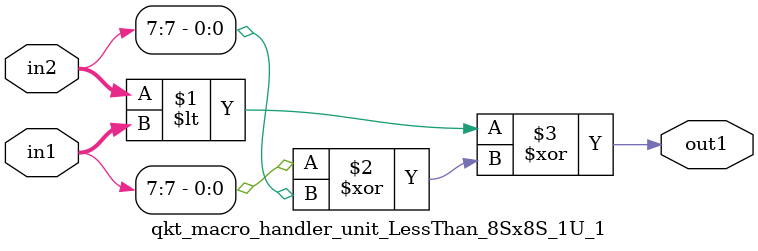
<source format=v>

`timescale 1ps / 1ps


module qkt_macro_handler_unit_LessThan_8Sx8S_1U_1( in2, in1, out1 );

    input [7:0] in2;
    input [7:0] in1;
    output out1;

    
    // rtl_process:qkt_macro_handler_unit_LessThan_8Sx8S_1U_1/qkt_macro_handler_unit_LessThan_8Sx8S_1U_1_thread_1
    assign out1 = (in2 < in1 ^ (in1[7] ^ in2[7]));

endmodule


</source>
